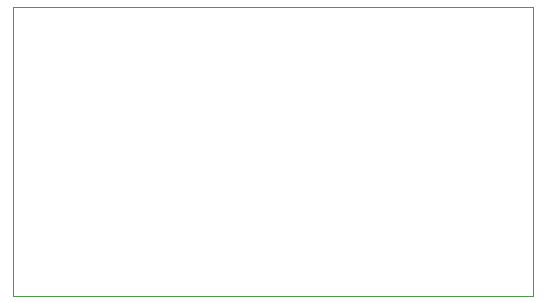
<source format=gbr>
%TF.GenerationSoftware,Altium Limited,Altium Designer,23.5.1 (21)*%
G04 Layer_Color=0*
%FSLAX45Y45*%
%MOMM*%
%TF.SameCoordinates,90272B24-A97A-474C-8309-4AF10B7EB36B*%
%TF.FilePolarity,Positive*%
%TF.FileFunction,Profile,NP*%
%TF.Part,Single*%
G01*
G75*
%TA.AperFunction,Profile*%
%ADD29C,0.02540*%
D29*
X-50000Y0D02*
X4350000D01*
Y2440000D01*
X-50000D01*
Y0D01*
%TF.MD5,ea5c86a5a31c97258b9fd931a965cc62*%
M02*

</source>
